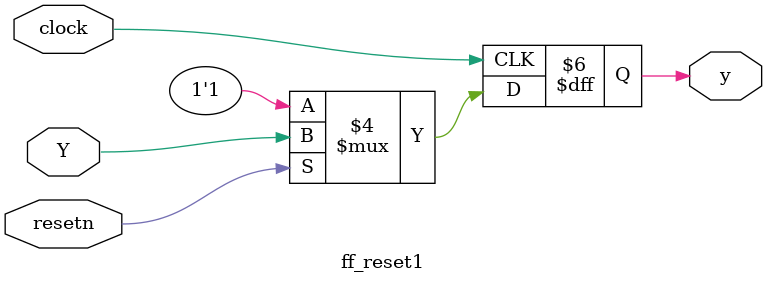
<source format=v>
module ff_reset1 (clock, resetn, y, Y);
	input clock, resetn, Y;
	output reg y;
	
	always @ (posedge clock)
		if (!resetn)
			y <= 1;
		else
			y <= Y;
endmodule
</source>
